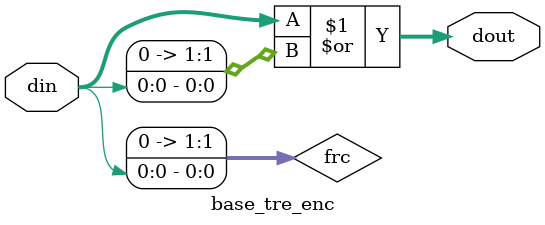
<source format=sv>
/*
 * Copyright 2017 IBM Corporation
 * Licensed to the Apache Software Foundation (ASF) under one
 * or more contributor license agreements.  See the NOTICE file
 * distributed with this work for additional information
 * regarding copyright ownership.  The ASF licenses this file
 * to you under the Apache License, Version 2.0 (the
 * "License"); you may not use this file except in compliance
 * with the License.  You may obtain a copy of the License at
 *
 *     http://www.apache.org/licenses/LICENSE-2.0
 *
 * Unless required by applicable law or agreed to in writing, software
 * distributed under the License is distributed on an "AS IS" BASIS,
 * WITHOUT WARRANTIES OR CONDITIONS OF ANY KIND, either express or implied.
 * See the License for the specific language governing permissions and
 * limitations under the License.
 *
 * Author: Andrew K Martin akmartin@us.ibm.com
 */
 
module base_tre_enc#
  (parameter ways=2
   )
   (
    input [0:ways-1]  din,
    output [0:ways-1] dout
    );
   wire [0:ways-1] frc;
   
   assign frc[0] = 1'b0;
   generate
      if (ways > 1)
	begin : gen1 
	   assign frc[1:ways-1] = din[0:ways-2] | frc[0:ways-2];
	end
   endgenerate
   assign dout = din | frc;

endmodule // base_tenc


   
   
   

</source>
